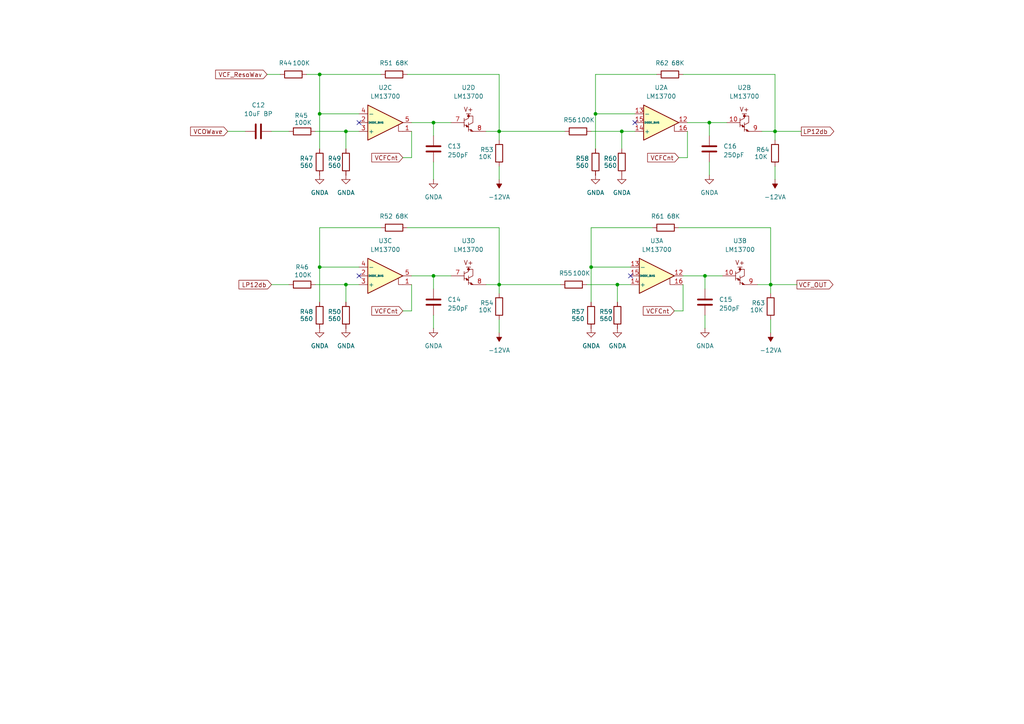
<source format=kicad_sch>
(kicad_sch (version 20250114) (generator "eeschema") (generator_version "9.0")
  (paper "A4")
  (lib_symbols
    (symbol "Amplifier_Operational:LM13700" (pin_names (offset 0.127))
      (property "Reference" "U" (at 3.81 5.08 0))
      (property "Value" "LM13700" (at 5.08 -5.08 0))
      (symbol "LM13700_1_1"
        (polyline (pts (xy 3.81 -0.635) (xy 3.81 -2.54) (xy 5.08 -2.54)))
        (polyline (pts (xy 5.08 0) (xy -5.08 -5.08) (xy -5.08 5.08) (xy 5.08 0)) (stroke (width 0.254)) (fill (type background)))
        (pin input line (at -7.62 2.54 0) (length 2.54) (name "-") (number "13"))
        (pin input line (at -7.62 0 0) (length 2.54) (name "DIODE_BIAS") (number "15"))
        (pin input line (at -7.62 -2.54 0) (length 2.54) (name "+") (number "14"))
        (pin output line (at 7.62 0 180) (length 2.54) (name "~") (number "12"))
        (pin input line (at 7.62 -2.54 180) (length 2.54) (name "~") (number "16"))
      )
      (symbol "LM13700_2_0"
        (polyline (pts (xy -1.905 2.54) (xy -3.175 2.54)))
      )
      (symbol "LM13700_2_1"
        (polyline (pts (xy -3.81 1.27) (xy -3.81 -1.27)))
        (polyline (pts (xy -3.81 0.635) (xy -2.54 1.27) (xy -2.54 1.905) (xy -2.54 2.54)))
        (polyline (pts (xy -3.81 -0.635) (xy -2.54 -1.27)))
        (circle (center -2.54 1.905) (radius 0.254) (stroke (width 0.254)) (fill (type outline)))
        (polyline (pts (xy -2.54 0) (xy -2.54 -2.54)))
        (polyline (pts (xy -2.54 -0.635) (xy -1.27 0) (xy -1.27 1.905) (xy -2.54 1.905)))
        (polyline (pts (xy -2.54 -1.27) (xy -3.175 -0.635) (xy -3.175 -1.27) (xy -2.54 -1.27)) (fill (type outline)))
        (polyline (pts (xy -2.54 -1.905) (xy -1.27 -2.54)))
        (polyline (pts (xy -1.27 -2.54) (xy -1.905 -1.905) (xy -1.905 -2.54) (xy -1.27 -2.54)) (fill (type outline)))
        (text "V+" (at -2.54 3.81 0) (effects (font (size 1.27 1.27))))
        (pin input line (at -7.62 0 0) (length 3.81) (name "~") (number "10"))
        (pin output line (at 2.54 -2.54 180) (length 3.81) (name "~") (number "9"))
      )
      (symbol "LM13700_3_1"
        (polyline (pts (xy 3.81 -0.635) (xy 3.81 -2.54) (xy 5.08 -2.54)))
        (polyline (pts (xy 5.08 0) (xy -5.08 -5.08) (xy -5.08 5.08) (xy 5.08 0)) (stroke (width 0.254)) (fill (type background)))
        (pin input line (at -7.62 2.54 0) (length 2.54) (name "-") (number "4"))
        (pin input line (at -7.62 0 0) (length 2.54) (name "DIODE_BIAS") (number "2"))
        (pin input line (at -7.62 -2.54 0) (length 2.54) (name "+") (number "3"))
        (pin output line (at 7.62 0 180) (length 2.54) (name "~") (number "5"))
        (pin input line (at 7.62 -2.54 180) (length 2.54) (name "~") (number "1"))
      )
      (symbol "LM13700_4_0"
        (polyline (pts (xy -3.175 2.54) (xy -1.905 2.54)))
        (text "V+" (at -2.54 3.81 0) (effects (font (size 1.27 1.27))))
      )
      (symbol "LM13700_4_1"
        (polyline (pts (xy -3.81 1.27) (xy -3.81 -1.27)))
        (polyline (pts (xy -3.81 0.635) (xy -2.54 1.27) (xy -2.54 2.54)))
        (polyline (pts (xy -3.81 -0.635) (xy -2.54 -1.27)))
        (circle (center -2.54 1.905) (radius 0.254) (stroke (width 0.254)) (fill (type outline)))
        (polyline (pts (xy -2.54 0) (xy -2.54 -2.54)))
        (polyline (pts (xy -2.54 -0.635) (xy -1.27 0) (xy -1.27 1.905) (xy -2.54 1.905)))
        (polyline (pts (xy -2.54 -1.27) (xy -3.175 -0.635) (xy -3.175 -1.27) (xy -2.54 -1.27)) (fill (type outline)))
        (polyline (pts (xy -2.54 -1.905) (xy -1.27 -2.54)))
        (polyline (pts (xy -1.27 -2.54) (xy -1.905 -1.905) (xy -1.905 -2.54) (xy -1.27 -2.54)) (fill (type outline)))
        (pin input line (at -7.62 0 0) (length 3.81) (name "~") (number "7"))
        (pin output line (at 2.54 -2.54 180) (length 3.81) (name "~") (number "8"))
      )
      (symbol "LM13700_5_1"
        (pin power_in line (at -2.54 7.62 270) (length 3.81) (name "V+") (number "11"))
        (pin power_in line (at -2.54 -7.62 90) (length 3.81) (name "V-") (number "6"))
      )
    )
    (symbol "Device:C" (pin_numbers (hide yes)) (pin_names (offset 0.254))
      (property "Reference" "C" (at 0.635 2.54 0))
      (property "Value" "C" (at 0.635 -2.54 0))
      (symbol "C_0_1"
        (polyline (pts (xy -2.032 0.762) (xy 2.032 0.762)) (stroke (width 0.508)))
        (polyline (pts (xy -2.032 -0.762) (xy 2.032 -0.762)) (stroke (width 0.508)))
      )
      (symbol "C_1_1"
        (pin passive line (at 0 3.81 270) (length 2.794) (name "~") (number "1"))
        (pin passive line (at 0 -3.81 90) (length 2.794) (name "~") (number "2"))
      )
    )
    (symbol "Device:R" (pin_numbers (hide yes)) (pin_names (offset 0))
      (property "Reference" "R" (at 2.032 0 90))
      (property "Value" "R" (at 0 0 90))
      (symbol "R_0_1"
        (rectangle (start -1.016 -2.54) (end 1.016 2.54) (stroke (width 0.254)))
      )
      (symbol "R_1_1"
        (pin passive line (at 0 3.81 270) (length 1.27) (name "~") (number "1"))
        (pin passive line (at 0 -3.81 90) (length 1.27) (name "~") (number "2"))
      )
    )
    (symbol "power:-12VA" (power) (pin_numbers (hide yes)) (pin_names (offset 0) (hide yes))
      (property "Value" "-12VA" (at 0 3.556 0))
      (symbol "-12VA_0_0"
        (pin power_in line (at 0 0 90) (length 0) (name "~") (number "1"))
      )
      (symbol "-12VA_0_1"
        (polyline (pts (xy 0 0) (xy 0 1.27) (xy 0.762 1.27) (xy 0 2.54) (xy -0.762 1.27) (xy 0 1.27)) (fill (type outline)))
      )
    )
    (symbol "power:GNDA" (power) (pin_numbers (hide yes)) (pin_names (offset 0) (hide yes))
      (property "Value" "GNDA" (at 0 -3.81 0))
      (symbol "GNDA_0_1"
        (polyline (pts (xy 0 0) (xy 0 -1.27) (xy 1.27 -1.27) (xy 0 -2.54) (xy -1.27 -1.27) (xy 0 -1.27)))
      )
      (symbol "GNDA_1_1"
        (pin power_in line (at 0 0 270) (length 0) (name "~") (number "1"))
      )
    )
  )
  (junction (at 204.47 80.01))
  (junction (at 92.71 77.47))
  (junction (at 144.78 82.55))
  (junction (at 92.71 21.59))
  (junction (at 179.07 82.55))
  (junction (at 224.79 38.1))
  (junction (at 205.74 35.56))
  (junction (at 223.52 82.55))
  (junction (at 172.72 33.02))
  (junction (at 125.73 35.56))
  (junction (at 125.73 80.01))
  (junction (at 180.34 38.1))
  (junction (at 171.45 77.47))
  (junction (at 100.33 82.55))
  (junction (at 100.33 38.1))
  (junction (at 144.78 38.1))
  (junction (at 92.71 33.02))
  (no_connect (at 184.15 35.56))
  (no_connect (at 104.14 35.56))
  (no_connect (at 104.14 80.01))
  (no_connect (at 182.88 80.01))
  (wire (pts (xy 119.38 90.17) (xy 119.38 82.55)))
  (wire (pts (xy 196.85 45.72) (xy 199.39 45.72)))
  (wire (pts (xy 223.52 82.55) (xy 231.14 82.55)))
  (wire (pts (xy 205.74 46.99) (xy 205.74 50.8)))
  (wire (pts (xy 119.38 80.01) (xy 125.73 80.01)))
  (wire (pts (xy 180.34 38.1) (xy 180.34 43.18)))
  (wire (pts (xy 144.78 82.55) (xy 144.78 66.04)))
  (wire (pts (xy 224.79 48.26) (xy 224.79 52.07)))
  (wire (pts (xy 104.14 33.02) (xy 92.71 33.02)))
  (wire (pts (xy 172.72 21.59) (xy 190.5 21.59)))
  (wire (pts (xy 223.52 82.55) (xy 223.52 66.04)))
  (wire (pts (xy 144.78 66.04) (xy 118.11 66.04)))
  (wire (pts (xy 171.45 66.04) (xy 189.23 66.04)))
  (wire (pts (xy 144.78 92.71) (xy 144.78 96.52)))
  (wire (pts (xy 170.18 82.55) (xy 179.07 82.55)))
  (wire (pts (xy 78.74 82.55) (xy 83.82 82.55)))
  (wire (pts (xy 78.74 38.1) (xy 83.82 38.1)))
  (wire (pts (xy 171.45 77.47) (xy 171.45 66.04)))
  (wire (pts (xy 144.78 38.1) (xy 144.78 21.59)))
  (wire (pts (xy 125.73 46.99) (xy 125.73 52.07)))
  (wire (pts (xy 125.73 91.44) (xy 125.73 95.25)))
  (wire (pts (xy 92.71 77.47) (xy 92.71 66.04)))
  (wire (pts (xy 66.04 38.1) (xy 71.12 38.1)))
  (wire (pts (xy 116.84 90.17) (xy 119.38 90.17)))
  (wire (pts (xy 116.84 45.72) (xy 119.38 45.72)))
  (wire (pts (xy 199.39 45.72) (xy 199.39 38.1)))
  (wire (pts (xy 92.71 21.59) (xy 110.49 21.59)))
  (wire (pts (xy 92.71 33.02) (xy 92.71 21.59)))
  (wire (pts (xy 144.78 48.26) (xy 144.78 52.07)))
  (wire (pts (xy 224.79 21.59) (xy 198.12 21.59)))
  (wire (pts (xy 92.71 33.02) (xy 92.71 43.18)))
  (wire (pts (xy 179.07 82.55) (xy 182.88 82.55)))
  (wire (pts (xy 144.78 82.55) (xy 162.56 82.55)))
  (wire (pts (xy 140.97 38.1) (xy 144.78 38.1)))
  (wire (pts (xy 179.07 82.55) (xy 179.07 87.63)))
  (wire (pts (xy 199.39 35.56) (xy 205.74 35.56)))
  (wire (pts (xy 232.41 38.1) (xy 224.79 38.1)))
  (wire (pts (xy 104.14 77.47) (xy 92.71 77.47)))
  (wire (pts (xy 220.98 38.1) (xy 224.79 38.1)))
  (wire (pts (xy 204.47 80.01) (xy 204.47 83.82)))
  (wire (pts (xy 223.52 82.55) (xy 223.52 85.09)))
  (wire (pts (xy 223.52 66.04) (xy 196.85 66.04)))
  (wire (pts (xy 144.78 82.55) (xy 144.78 85.09)))
  (wire (pts (xy 182.88 77.47) (xy 171.45 77.47)))
  (wire (pts (xy 125.73 35.56) (xy 125.73 39.37)))
  (wire (pts (xy 119.38 45.72) (xy 119.38 38.1)))
  (wire (pts (xy 205.74 35.56) (xy 205.74 39.37)))
  (wire (pts (xy 140.97 82.55) (xy 144.78 82.55)))
  (wire (pts (xy 91.44 82.55) (xy 100.33 82.55)))
  (wire (pts (xy 172.72 33.02) (xy 172.72 43.18)))
  (wire (pts (xy 172.72 33.02) (xy 172.72 21.59)))
  (wire (pts (xy 119.38 35.56) (xy 125.73 35.56)))
  (wire (pts (xy 92.71 66.04) (xy 110.49 66.04)))
  (wire (pts (xy 223.52 92.71) (xy 223.52 96.52)))
  (wire (pts (xy 91.44 38.1) (xy 100.33 38.1)))
  (wire (pts (xy 144.78 38.1) (xy 163.83 38.1)))
  (wire (pts (xy 100.33 38.1) (xy 100.33 43.18)))
  (wire (pts (xy 171.45 77.47) (xy 171.45 87.63)))
  (wire (pts (xy 195.58 90.17) (xy 198.12 90.17)))
  (wire (pts (xy 125.73 35.56) (xy 130.81 35.56)))
  (wire (pts (xy 224.79 38.1) (xy 224.79 40.64)))
  (wire (pts (xy 204.47 91.44) (xy 204.47 95.25)))
  (wire (pts (xy 88.9 21.59) (xy 92.71 21.59)))
  (wire (pts (xy 125.73 80.01) (xy 130.81 80.01)))
  (wire (pts (xy 198.12 80.01) (xy 204.47 80.01)))
  (wire (pts (xy 77.47 21.59) (xy 81.28 21.59)))
  (wire (pts (xy 171.45 38.1) (xy 180.34 38.1)))
  (wire (pts (xy 100.33 38.1) (xy 104.14 38.1)))
  (wire (pts (xy 100.33 82.55) (xy 104.14 82.55)))
  (wire (pts (xy 180.34 38.1) (xy 184.15 38.1)))
  (wire (pts (xy 144.78 38.1) (xy 144.78 40.64)))
  (wire (pts (xy 205.74 35.56) (xy 210.82 35.56)))
  (wire (pts (xy 100.33 82.55) (xy 100.33 87.63)))
  (wire (pts (xy 198.12 90.17) (xy 198.12 82.55)))
  (wire (pts (xy 92.71 77.47) (xy 92.71 87.63)))
  (wire (pts (xy 204.47 80.01) (xy 209.55 80.01)))
  (wire (pts (xy 224.79 38.1) (xy 224.79 21.59)))
  (wire (pts (xy 125.73 80.01) (xy 125.73 83.82)))
  (wire (pts (xy 144.78 21.59) (xy 118.11 21.59)))
  (wire (pts (xy 184.15 33.02) (xy 172.72 33.02)))
  (wire (pts (xy 219.71 82.55) (xy 223.52 82.55)))
  (global_label "VCFCnt" (shape input) (at 116.84 45.72 180) (property "Intersheetrefs" "${INTERSHEET_REFS}" (effects (hide yes))))
  (global_label "LP12db" (shape input) (at 78.74 82.55 180) (property "Intersheetrefs" "${INTERSHEET_REFS}" (effects (hide yes))))
  (global_label "VCF_ResoWav" (shape input) (at 77.47 21.59 180) (property "Intersheetrefs" "${INTERSHEET_REFS}" (effects (hide yes))))
  (global_label "VCOWave" (shape input) (at 66.04 38.1 180) (property "Intersheetrefs" "${INTERSHEET_REFS}" (effects (hide yes))))
  (global_label "LP12db" (shape output) (at 232.41 38.1 0) (property "Intersheetrefs" "${INTERSHEET_REFS}" (effects (hide yes))))
  (global_label "VCFCnt" (shape input) (at 196.85 45.72 180) (property "Intersheetrefs" "${INTERSHEET_REFS}" (effects (hide yes))))
  (global_label "VCFCnt" (shape input) (at 116.84 90.17 180) (property "Intersheetrefs" "${INTERSHEET_REFS}" (effects (hide yes))))
  (global_label "VCF_OUT" (shape output) (at 231.14 82.55 0) (property "Intersheetrefs" "${INTERSHEET_REFS}" (effects (hide yes))))
  (global_label "VCFCnt" (shape input) (at 195.58 90.17 180) (property "Intersheetrefs" "${INTERSHEET_REFS}" (effects (hide yes))))
  (symbol (lib_id "power:GNDA") (at 92.71 95.25 0) (unit 1)
    (property "Reference" "#PWR079" (effects (hide yes)))
    (property "Value" "GNDA" (at 92.71 100.33 0))
    (property "Description" "Power symbol creates a global label with name \"GNDA\" , analog ground" (effects (hide yes)))
  )
  (symbol (lib_id "Device:R") (at 144.78 88.9 180) (unit 1)
    (property "Reference" "R54" (at 141.224 87.884 0))
    (property "Value" "10K" (at 140.716 89.916 0))
    (property "Footprint" "Resistor_THT:R_Axial_DIN0207_L6.3mm_D2.5mm_P2.54mm_Vertical" (effects (hide yes)))
    (property "Description" "Resistor" (effects (hide yes)))
  )
  (symbol (lib_id "Device:R") (at 224.79 44.45 180) (unit 1)
    (property "Reference" "R64" (at 221.234 43.434 0))
    (property "Value" "10K" (at 220.726 45.466 0))
    (property "Footprint" "Resistor_THT:R_Axial_DIN0207_L6.3mm_D2.5mm_P2.54mm_Vertical" (effects (hide yes)))
    (property "Description" "Resistor" (effects (hide yes)))
  )
  (symbol (lib_id "Device:R") (at 100.33 91.44 180) (unit 1)
    (property "Reference" "R50" (at 97.028 90.424 0))
    (property "Value" "560" (at 97.028 92.456 0))
    (property "Footprint" "Resistor_THT:R_Axial_DIN0207_L6.3mm_D2.5mm_P2.54mm_Vertical" (effects (hide yes)))
    (property "Description" "Resistor" (effects (hide yes)))
  )
  (symbol (lib_id "Device:C") (at 204.47 87.63 0) (unit 1)
    (property "Reference" "C15" (at 208.534 86.868 0) (effects (justify left)))
    (property "Value" "250pF" (at 208.534 89.408 0) (effects (justify left)))
    (property "Footprint" "Capacitor_THT:C_Disc_D5.0mm_W2.5mm_P2.50mm" (effects (hide yes)))
    (property "Description" "Unpolarized capacitor" (effects (hide yes)))
  )
  (symbol (lib_id "Device:R") (at 171.45 91.44 180) (unit 1)
    (property "Reference" "R57" (at 167.64 90.424 0))
    (property "Value" "560" (at 167.64 92.456 0))
    (property "Footprint" "Resistor_THT:R_Axial_DIN0207_L6.3mm_D2.5mm_P2.54mm_Vertical" (effects (hide yes)))
    (property "Description" "Resistor" (effects (hide yes)))
  )
  (symbol (lib_id "power:GNDA") (at 100.33 95.25 0) (unit 1)
    (property "Reference" "#PWR081" (effects (hide yes)))
    (property "Value" "GNDA" (at 100.33 100.33 0))
    (property "Description" "Power symbol creates a global label with name \"GNDA\" , analog ground" (effects (hide yes)))
  )
  (symbol (lib_id "power:GNDA") (at 205.74 50.8 0) (unit 1)
    (property "Reference" "#PWR091" (effects (hide yes)))
    (property "Value" "GNDA" (at 205.74 55.88 0))
    (property "Description" "Power symbol creates a global label with name \"GNDA\" , analog ground" (effects (hide yes)))
  )
  (symbol (lib_id "Device:R") (at 180.34 46.99 180) (unit 1)
    (property "Reference" "R60" (at 177.038 45.974 0))
    (property "Value" "560" (at 177.038 48.006 0))
    (property "Footprint" "Resistor_THT:R_Axial_DIN0207_L6.3mm_D2.5mm_P2.54mm_Vertical" (effects (hide yes)))
    (property "Description" "Resistor" (effects (hide yes)))
  )
  (symbol (lib_id "Amplifier_Operational:LM13700") (at 138.43 80.01 0) (unit 4)
    (property "Reference" "U3" (at 135.89 69.85 0))
    (property "Value" "LM13700" (at 135.89 72.39 0))
    (property "Footprint" "Package_SO:SOIC-16_3.9x9.9mm_P1.27mm" (effects (hide yes)))
    (property "Datasheet" "http://www.ti.com/lit/ds/symlink/lm13700.pdf" (effects (hide yes)))
    (property "Description" "Dual Operational Transconductance Amplifiers with Linearizing Diodes and Buffers, DIP-16/SOIC-16" (effects (hide yes)))
  )
  (symbol (lib_id "Device:R") (at 85.09 21.59 90) (unit 1)
    (property "Reference" "R44" (at 82.804 18.288 90))
    (property "Value" "100K" (at 87.376 18.288 90))
    (property "Footprint" "Resistor_THT:R_Axial_DIN0207_L6.3mm_D2.5mm_P2.54mm_Vertical" (effects (hide yes)))
    (property "Description" "Resistor" (effects (hide yes)))
  )
  (symbol (lib_id "power:-12VA") (at 224.79 52.07 180) (unit 1)
    (property "Reference" "#PWR093" (effects (hide yes)))
    (property "Value" "-12VA" (at 224.79 57.15 0))
    (property "Description" "Power symbol creates a global label with name \"-12VA\"" (effects (hide yes)))
  )
  (symbol (lib_id "power:GNDA") (at 172.72 50.8 0) (unit 1)
    (property "Reference" "#PWR087" (effects (hide yes)))
    (property "Value" "GNDA" (at 172.72 55.88 0))
    (property "Description" "Power symbol creates a global label with name \"GNDA\" , analog ground" (effects (hide yes)))
  )
  (symbol (lib_id "power:-12VA") (at 223.52 96.52 180) (unit 1)
    (property "Reference" "#PWR092" (effects (hide yes)))
    (property "Value" "-12VA" (at 223.52 101.6 0))
    (property "Description" "Power symbol creates a global label with name \"-12VA\"" (effects (hide yes)))
  )
  (symbol (lib_id "power:GNDA") (at 180.34 50.8 0) (unit 1)
    (property "Reference" "#PWR089" (effects (hide yes)))
    (property "Value" "GNDA" (at 180.34 55.88 0))
    (property "Description" "Power symbol creates a global label with name \"GNDA\" , analog ground" (effects (hide yes)))
  )
  (symbol (lib_id "Device:C") (at 74.93 38.1 90) (unit 1)
    (property "Reference" "C12" (at 74.93 30.48 90))
    (property "Value" "10uF BP" (at 74.93 33.02 90))
    (property "Footprint" "Capacitor_THT:CP_Radial_D5.0mm_P2.50mm" (effects (hide yes)))
    (property "Description" "Unpolarized capacitor" (effects (hide yes)))
  )
  (symbol (lib_id "power:GNDA") (at 100.33 50.8 0) (unit 1)
    (property "Reference" "#PWR080" (effects (hide yes)))
    (property "Value" "GNDA" (at 100.33 55.88 0))
    (property "Description" "Power symbol creates a global label with name \"GNDA\" , analog ground" (effects (hide yes)))
  )
  (symbol (lib_id "Device:R") (at 92.71 46.99 180) (unit 1)
    (property "Reference" "R47" (at 88.9 45.974 0))
    (property "Value" "560" (at 88.9 48.006 0))
    (property "Footprint" "Resistor_THT:R_Axial_DIN0207_L6.3mm_D2.5mm_P2.54mm_Vertical" (effects (hide yes)))
    (property "Description" "Resistor" (effects (hide yes)))
  )
  (symbol (lib_id "Device:R") (at 172.72 46.99 180) (unit 1)
    (property "Reference" "R58" (at 168.91 45.974 0))
    (property "Value" "560" (at 168.91 48.006 0))
    (property "Footprint" "Resistor_THT:R_Axial_DIN0207_L6.3mm_D2.5mm_P2.54mm_Vertical" (effects (hide yes)))
    (property "Description" "Resistor" (effects (hide yes)))
  )
  (symbol (lib_id "Device:C") (at 205.74 43.18 0) (unit 1)
    (property "Reference" "C16" (at 209.804 42.418 0) (effects (justify left)))
    (property "Value" "250pF" (at 209.804 44.958 0) (effects (justify left)))
    (property "Footprint" "Capacitor_THT:C_Disc_D5.0mm_W2.5mm_P2.50mm" (effects (hide yes)))
    (property "Description" "Unpolarized capacitor" (effects (hide yes)))
  )
  (symbol (lib_id "power:GNDA") (at 92.71 50.8 0) (unit 1)
    (property "Reference" "#PWR078" (effects (hide yes)))
    (property "Value" "GNDA" (at 92.71 55.88 0))
    (property "Description" "Power symbol creates a global label with name \"GNDA\" , analog ground" (effects (hide yes)))
  )
  (symbol (lib_id "Device:R") (at 194.31 21.59 90) (unit 1)
    (property "Reference" "R62" (at 192.024 18.288 90))
    (property "Value" "68K" (at 196.596 18.288 90))
    (property "Footprint" "Resistor_THT:R_Axial_DIN0207_L6.3mm_D2.5mm_P2.54mm_Vertical" (effects (hide yes)))
    (property "Description" "Resistor" (effects (hide yes)))
  )
  (symbol (lib_id "Device:R") (at 114.3 66.04 90) (unit 1)
    (property "Reference" "R52" (at 112.014 62.738 90))
    (property "Value" "68K" (at 116.586 62.738 90))
    (property "Footprint" "Resistor_THT:R_Axial_DIN0207_L6.3mm_D2.5mm_P2.54mm_Vertical" (effects (hide yes)))
    (property "Description" "Resistor" (effects (hide yes)))
  )
  (symbol (lib_id "Amplifier_Operational:LM13700") (at 190.5 80.01 0) (unit 1)
    (property "Reference" "U3" (at 190.5 69.85 0))
    (property "Value" "LM13700" (at 190.5 72.39 0))
    (property "Footprint" "Package_SO:SOIC-16_3.9x9.9mm_P1.27mm" (effects (hide yes)))
    (property "Datasheet" "http://www.ti.com/lit/ds/symlink/lm13700.pdf" (effects (hide yes)))
    (property "Description" "Dual Operational Transconductance Amplifiers with Linearizing Diodes and Buffers, DIP-16/SOIC-16" (effects (hide yes)))
  )
  (symbol (lib_id "power:-12VA") (at 144.78 52.07 180) (unit 1)
    (property "Reference" "#PWR084" (effects (hide yes)))
    (property "Value" "-12VA" (at 144.78 57.15 0))
    (property "Description" "Power symbol creates a global label with name \"-12VA\"" (effects (hide yes)))
  )
  (symbol (lib_id "Device:R") (at 92.71 91.44 180) (unit 1)
    (property "Reference" "R48" (at 88.9 90.424 0))
    (property "Value" "560" (at 88.9 92.456 0))
    (property "Footprint" "Resistor_THT:R_Axial_DIN0207_L6.3mm_D2.5mm_P2.54mm_Vertical" (effects (hide yes)))
    (property "Description" "Resistor" (effects (hide yes)))
  )
  (symbol (lib_id "power:GNDA") (at 204.47 95.25 0) (unit 1)
    (property "Reference" "#PWR090" (effects (hide yes)))
    (property "Value" "GNDA" (at 204.47 100.33 0))
    (property "Description" "Power symbol creates a global label with name \"GNDA\" , analog ground" (effects (hide yes)))
  )
  (symbol (lib_id "Device:R") (at 167.64 38.1 90) (unit 1)
    (property "Reference" "R56" (at 165.354 34.798 90))
    (property "Value" "100K" (at 169.926 34.798 90))
    (property "Footprint" "Resistor_THT:R_Axial_DIN0207_L6.3mm_D2.5mm_P2.54mm_Vertical" (effects (hide yes)))
    (property "Description" "Resistor" (effects (hide yes)))
  )
  (symbol (lib_id "Amplifier_Operational:LM13700") (at 217.17 80.01 0) (unit 2)
    (property "Reference" "U3" (at 214.63 69.85 0))
    (property "Value" "LM13700" (at 214.63 72.39 0))
    (property "Footprint" "Package_SO:SOIC-16_3.9x9.9mm_P1.27mm" (effects (hide yes)))
    (property "Datasheet" "http://www.ti.com/lit/ds/symlink/lm13700.pdf" (effects (hide yes)))
    (property "Description" "Dual Operational Transconductance Amplifiers with Linearizing Diodes and Buffers, DIP-16/SOIC-16" (effects (hide yes)))
  )
  (symbol (lib_id "power:GNDA") (at 171.45 95.25 0) (unit 1)
    (property "Reference" "#PWR086" (effects (hide yes)))
    (property "Value" "GNDA" (at 171.45 100.33 0))
    (property "Description" "Power symbol creates a global label with name \"GNDA\" , analog ground" (effects (hide yes)))
  )
  (symbol (lib_id "Device:R") (at 100.33 46.99 180) (unit 1)
    (property "Reference" "R49" (at 97.028 45.974 0))
    (property "Value" "560" (at 97.028 48.006 0))
    (property "Footprint" "Resistor_THT:R_Axial_DIN0207_L6.3mm_D2.5mm_P2.54mm_Vertical" (effects (hide yes)))
    (property "Description" "Resistor" (effects (hide yes)))
  )
  (symbol (lib_id "Device:R") (at 223.52 88.9 180) (unit 1)
    (property "Reference" "R63" (at 219.964 87.884 0))
    (property "Value" "10K" (at 219.456 89.916 0))
    (property "Footprint" "Resistor_THT:R_Axial_DIN0207_L6.3mm_D2.5mm_P2.54mm_Vertical" (effects (hide yes)))
    (property "Description" "Resistor" (effects (hide yes)))
  )
  (symbol (lib_id "Device:C") (at 125.73 43.18 0) (unit 1)
    (property "Reference" "C13" (at 129.794 42.418 0) (effects (justify left)))
    (property "Value" "250pF" (at 129.794 44.958 0) (effects (justify left)))
    (property "Footprint" "Capacitor_THT:C_Disc_D5.0mm_W2.5mm_P2.50mm" (effects (hide yes)))
    (property "Description" "Unpolarized capacitor" (effects (hide yes)))
  )
  (symbol (lib_id "Device:R") (at 193.04 66.04 90) (unit 1)
    (property "Reference" "R61" (at 190.754 62.738 90))
    (property "Value" "68K" (at 195.326 62.738 90))
    (property "Footprint" "Resistor_THT:R_Axial_DIN0207_L6.3mm_D2.5mm_P2.54mm_Vertical" (effects (hide yes)))
    (property "Description" "Resistor" (effects (hide yes)))
  )
  (symbol (lib_id "Amplifier_Operational:LM13700") (at 218.44 35.56 0) (unit 2)
    (property "Reference" "U2" (at 215.9 25.4 0))
    (property "Value" "LM13700" (at 215.9 27.94 0))
    (property "Footprint" "Package_SO:SOIC-16_3.9x9.9mm_P1.27mm" (effects (hide yes)))
    (property "Datasheet" "http://www.ti.com/lit/ds/symlink/lm13700.pdf" (effects (hide yes)))
    (property "Description" "Dual Operational Transconductance Amplifiers with Linearizing Diodes and Buffers, DIP-16/SOIC-16" (effects (hide yes)))
  )
  (symbol (lib_id "Device:R") (at 166.37 82.55 90) (unit 1)
    (property "Reference" "R55" (at 164.084 79.248 90))
    (property "Value" "100K" (at 168.656 79.248 90))
    (property "Footprint" "Resistor_THT:R_Axial_DIN0207_L6.3mm_D2.5mm_P2.54mm_Vertical" (effects (hide yes)))
    (property "Description" "Resistor" (effects (hide yes)))
  )
  (symbol (lib_id "Device:R") (at 87.63 82.55 90) (unit 1)
    (property "Reference" "R46" (at 87.63 77.47 90))
    (property "Value" "100K" (at 87.884 79.756 90))
    (property "Footprint" "Resistor_THT:R_Axial_DIN0207_L6.3mm_D2.5mm_P2.54mm_Vertical" (effects (hide yes)))
    (property "Description" "Resistor" (effects (hide yes)))
  )
  (symbol (lib_id "power:GNDA") (at 125.73 52.07 0) (unit 1)
    (property "Reference" "#PWR082" (effects (hide yes)))
    (property "Value" "GNDA" (at 125.73 57.15 0))
    (property "Description" "Power symbol creates a global label with name \"GNDA\" , analog ground" (effects (hide yes)))
  )
  (symbol (lib_id "Amplifier_Operational:LM13700") (at 111.76 80.01 0) (unit 3)
    (property "Reference" "U3" (at 111.76 69.85 0))
    (property "Value" "LM13700" (at 111.76 72.39 0))
    (property "Footprint" "Package_SO:SOIC-16_3.9x9.9mm_P1.27mm" (effects (hide yes)))
    (property "Datasheet" "http://www.ti.com/lit/ds/symlink/lm13700.pdf" (effects (hide yes)))
    (property "Description" "Dual Operational Transconductance Amplifiers with Linearizing Diodes and Buffers, DIP-16/SOIC-16" (effects (hide yes)))
  )
  (symbol (lib_id "Device:R") (at 179.07 91.44 180) (unit 1)
    (property "Reference" "R59" (at 175.768 90.424 0))
    (property "Value" "560" (at 175.768 92.456 0))
    (property "Footprint" "Resistor_THT:R_Axial_DIN0207_L6.3mm_D2.5mm_P2.54mm_Vertical" (effects (hide yes)))
    (property "Description" "Resistor" (effects (hide yes)))
  )
  (symbol (lib_id "Amplifier_Operational:LM13700") (at 138.43 35.56 0) (unit 4)
    (property "Reference" "U2" (at 135.89 25.4 0))
    (property "Value" "LM13700" (at 135.89 27.94 0))
    (property "Footprint" "Package_SO:SOIC-16_3.9x9.9mm_P1.27mm" (effects (hide yes)))
    (property "Datasheet" "http://www.ti.com/lit/ds/symlink/lm13700.pdf" (effects (hide yes)))
    (property "Description" "Dual Operational Transconductance Amplifiers with Linearizing Diodes and Buffers, DIP-16/SOIC-16" (effects (hide yes)))
  )
  (symbol (lib_id "Amplifier_Operational:LM13700") (at 111.76 35.56 0) (unit 3)
    (property "Reference" "U2" (at 111.76 25.4 0))
    (property "Value" "LM13700" (at 111.76 27.94 0))
    (property "Footprint" "Package_SO:SOIC-16_3.9x9.9mm_P1.27mm" (effects (hide yes)))
    (property "Datasheet" "http://www.ti.com/lit/ds/symlink/lm13700.pdf" (effects (hide yes)))
    (property "Description" "Dual Operational Transconductance Amplifiers with Linearizing Diodes and Buffers, DIP-16/SOIC-16" (effects (hide yes)))
  )
  (symbol (lib_id "Device:R") (at 87.63 38.1 90) (unit 1)
    (property "Reference" "R45" (at 87.376 33.528 90))
    (property "Value" "100K" (at 87.884 35.56 90))
    (property "Footprint" "Resistor_THT:R_Axial_DIN0207_L6.3mm_D2.5mm_P2.54mm_Vertical" (effects (hide yes)))
    (property "Description" "Resistor" (effects (hide yes)))
  )
  (symbol (lib_id "Device:R") (at 114.3 21.59 90) (unit 1)
    (property "Reference" "R51" (at 112.014 18.288 90))
    (property "Value" "68K" (at 116.586 18.288 90))
    (property "Footprint" "Resistor_THT:R_Axial_DIN0207_L6.3mm_D2.5mm_P2.54mm_Vertical" (effects (hide yes)))
    (property "Description" "Resistor" (effects (hide yes)))
  )
  (symbol (lib_id "power:-12VA") (at 144.78 96.52 180) (unit 1)
    (property "Reference" "#PWR085" (effects (hide yes)))
    (property "Value" "-12VA" (at 144.78 101.6 0))
    (property "Description" "Power symbol creates a global label with name \"-12VA\"" (effects (hide yes)))
  )
  (symbol (lib_id "power:GNDA") (at 179.07 95.25 0) (unit 1)
    (property "Reference" "#PWR088" (effects (hide yes)))
    (property "Value" "GNDA" (at 179.07 100.33 0))
    (property "Description" "Power symbol creates a global label with name \"GNDA\" , analog ground" (effects (hide yes)))
  )
  (symbol (lib_id "power:GNDA") (at 125.73 95.25 0) (unit 1)
    (property "Reference" "#PWR083" (effects (hide yes)))
    (property "Value" "GNDA" (at 125.73 100.33 0))
    (property "Description" "Power symbol creates a global label with name \"GNDA\" , analog ground" (effects (hide yes)))
  )
  (symbol (lib_id "Amplifier_Operational:LM13700") (at 191.77 35.56 0) (unit 1)
    (property "Reference" "U2" (at 191.77 25.4 0))
    (property "Value" "LM13700" (at 191.77 27.94 0))
    (property "Footprint" "Package_SO:SOIC-16_3.9x9.9mm_P1.27mm" (effects (hide yes)))
    (property "Datasheet" "http://www.ti.com/lit/ds/symlink/lm13700.pdf" (effects (hide yes)))
    (property "Description" "Dual Operational Transconductance Amplifiers with Linearizing Diodes and Buffers, DIP-16/SOIC-16" (effects (hide yes)))
  )
  (symbol (lib_id "Device:C") (at 125.73 87.63 0) (unit 1)
    (property "Reference" "C14" (at 129.794 86.868 0) (effects (justify left)))
    (property "Value" "250pF" (at 129.794 89.408 0) (effects (justify left)))
    (property "Footprint" "Capacitor_THT:C_Disc_D5.0mm_W2.5mm_P2.50mm" (effects (hide yes)))
    (property "Description" "Unpolarized capacitor" (effects (hide yes)))
  )
  (symbol (lib_id "Device:R") (at 144.78 44.45 180) (unit 1)
    (property "Reference" "R53" (at 141.224 43.434 0))
    (property "Value" "10K" (at 140.716 45.466 0))
    (property "Footprint" "Resistor_THT:R_Axial_DIN0207_L6.3mm_D2.5mm_P2.54mm_Vertical" (effects (hide yes)))
    (property "Description" "Resistor" (effects (hide yes)))
  )
)
</source>
